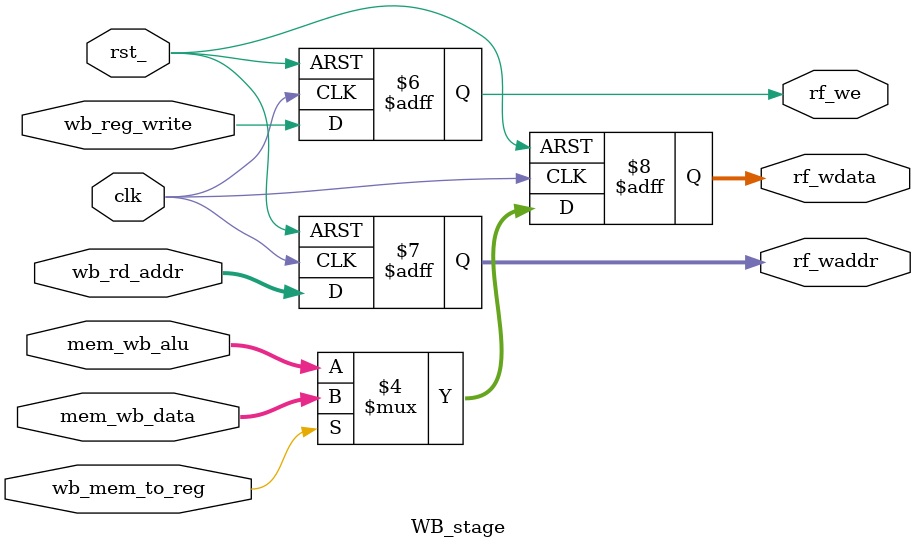
<source format=v>
`timescale 1ns / 1ps


module WB_stage(
    input clk,
    input rst_,
    input [31:0] mem_wb_alu,    // from MEM_stage
    input [31:0] mem_wb_data,   // from MEM_stage
    input [4:0] wb_rd_addr,     // from MEM_stage
    input wb_reg_write,         // from MEM_stage
    input wb_mem_to_reg,        // from MEM_stage

    output reg rf_we,           // to register_file
    output reg [4:0] rf_waddr,  // to register_file
    output reg [31:0] rf_wdata  // to register_file
    );
    always @(posedge clk or negedge rst_) begin
        rf_we <= 1'b0;
        rf_waddr <= 5'b0;
        rf_wdata <= 32'b0;
        if (!rst_) begin
            rf_we <= 1'b0;
            rf_waddr <= 5'b0;
            rf_wdata <= 32'b0;
        end
        else begin
            rf_we <= wb_reg_write;
            rf_waddr <= wb_rd_addr;
            if (wb_mem_to_reg)
                rf_wdata <= mem_wb_data;
            else
                rf_wdata <= mem_wb_alu;
        end
    end
endmodule

</source>
